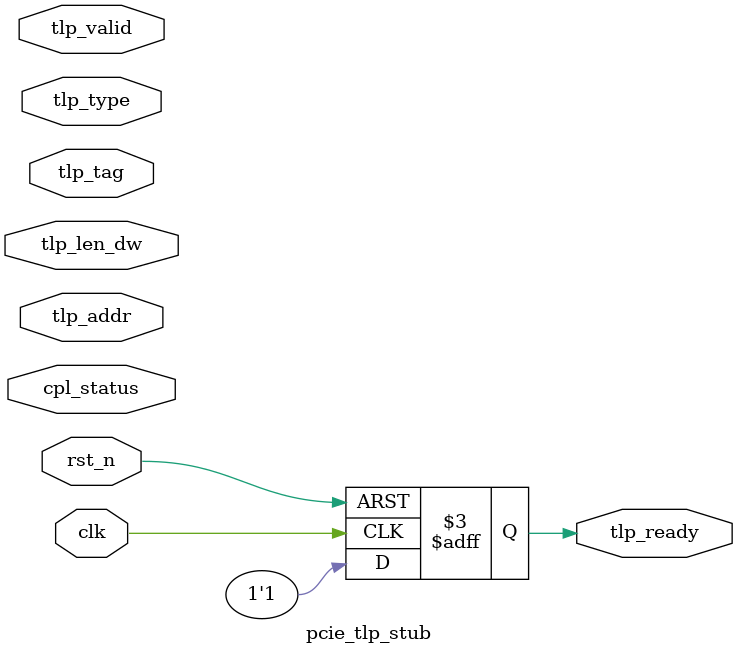
<source format=sv>

`timescale 1ns/1ps

module pcie_tlp_stub #(
  parameter int ADDR_W = 32,
  parameter int LEN_W  = 10,
  parameter int TAG_W  = 8
)(
  input  logic                clk,
  input  logic                rst_n,

  // Input TLP-like interface
  input  logic                tlp_valid,
  output logic                tlp_ready,
  input  logic [2:0]          tlp_type,
  input  logic [ADDR_W-1:0]   tlp_addr,
  input  logic [LEN_W-1:0]    tlp_len_dw,
  input  logic [TAG_W-1:0]    tlp_tag,
  input  logic [1:0]          cpl_status
);

  // Simple ready generation (always ready after reset)
  always_ff @(posedge clk or negedge rst_n) begin
    if (!rst_n)
      tlp_ready <= 1'b0;
    else
      tlp_ready <= 1'b1;
  end

  // NOTE:
  // No internal storage or protocol behavior is modeled.
  // This stub simply accepts transactions when ready/valid handshake occurs.

endmodule

</source>
